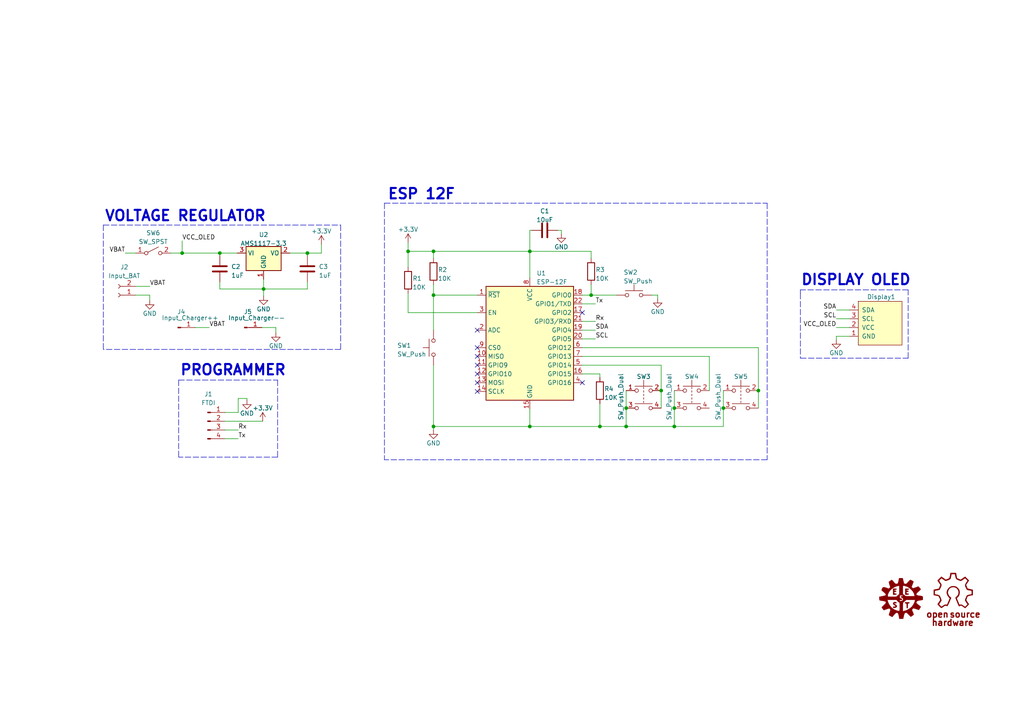
<source format=kicad_sch>
(kicad_sch (version 20230121) (generator eeschema)
  (paper "A4")
  (title_block (title "SmartWatch - Sin Cargador") (date "2023-05-14") (rev "1.0") (company "E.E.S.T. N°5") (comment 1 "Autor: Mauricio Falcon") (comment 2 "CURSO: 7MO 3RA"))
  (lib_symbols
    (symbol "Connector:Conn_01x01_Pin" (pin_names (offset 1.016) hide)
      (property "Reference" "J" (at 0 2.54 0))
      (property "Value" "Conn_01x01_Pin" (at 0 -2.54 0))
      (symbol "Conn_01x01_Pin_1_1"
        (polyline (pts (xy 1.27 0) (xy 0.8636 0)) (stroke (width 0.1524)))
        (rectangle (start 0.8636 0.127) (end 0 -0.127) (stroke (width 0.1524)) (fill (type outline)))
        (pin passive line (at 5.08 0 180) (length 3.81) (name "Pin_1") (number "1"))
      )
    )
    (symbol "Connector:Conn_01x02_Socket" (pin_names (offset 1.016) hide)
      (property "Reference" "J" (at 0 2.54 0))
      (property "Value" "Conn_01x02_Socket" (at 0 -5.08 0))
      (symbol "Conn_01x02_Socket_1_1"
        (arc (start 0 -2.032) (mid -0.5058 -2.54) (end 0 -3.048) (stroke (width 0.1524)))
        (polyline (pts (xy -1.27 -2.54) (xy -0.508 -2.54)) (stroke (width 0.1524)))
        (polyline (pts (xy -1.27 0) (xy -0.508 0)) (stroke (width 0.1524)))
        (arc (start 0 0.508) (mid -0.5058 0) (end 0 -0.508) (stroke (width 0.1524)))
        (pin passive line (at -5.08 0 0) (length 3.81) (name "Pin_1") (number "1"))
        (pin passive line (at -5.08 -2.54 0) (length 3.81) (name "Pin_2") (number "2"))
      )
    )
    (symbol "Connector:Conn_01x04_Pin" (pin_names (offset 1.016) hide)
      (property "Reference" "J" (at 0 5.08 0))
      (property "Value" "Conn_01x04_Pin" (at 0 -7.62 0))
      (symbol "Conn_01x04_Pin_1_1"
        (polyline (pts (xy 1.27 -5.08) (xy 0.8636 -5.08)) (stroke (width 0.1524)))
        (polyline (pts (xy 1.27 -2.54) (xy 0.8636 -2.54)) (stroke (width 0.1524)))
        (polyline (pts (xy 1.27 0) (xy 0.8636 0)) (stroke (width 0.1524)))
        (polyline (pts (xy 1.27 2.54) (xy 0.8636 2.54)) (stroke (width 0.1524)))
        (rectangle (start 0.8636 -4.953) (end 0 -5.207) (stroke (width 0.1524)) (fill (type outline)))
        (rectangle (start 0.8636 -2.413) (end 0 -2.667) (stroke (width 0.1524)) (fill (type outline)))
        (rectangle (start 0.8636 0.127) (end 0 -0.127) (stroke (width 0.1524)) (fill (type outline)))
        (rectangle (start 0.8636 2.667) (end 0 2.413) (stroke (width 0.1524)) (fill (type outline)))
        (pin passive line (at 5.08 2.54 180) (length 3.81) (name "Pin_1") (number "1"))
        (pin passive line (at 5.08 0 180) (length 3.81) (name "Pin_2") (number "2"))
        (pin passive line (at 5.08 -2.54 180) (length 3.81) (name "Pin_3") (number "3"))
        (pin passive line (at 5.08 -5.08 180) (length 3.81) (name "Pin_4") (number "4"))
      )
    )
    (symbol "Device:C" (pin_numbers hide) (pin_names (offset 0.254))
      (property "Reference" "C" (at 0.635 2.54 0))
      (property "Value" "C" (at 0.635 -2.54 0))
      (symbol "C_0_1"
        (polyline (pts (xy -2.032 -0.762) (xy 2.032 -0.762)) (stroke (width 0.508)))
        (polyline (pts (xy -2.032 0.762) (xy 2.032 0.762)) (stroke (width 0.508)))
      )
      (symbol "C_1_1"
        (pin passive line (at 0 3.81 270) (length 2.794) (name "~") (number "1"))
        (pin passive line (at 0 -3.81 90) (length 2.794) (name "~") (number "2"))
      )
    )
    (symbol "Device:R" (pin_numbers hide) (pin_names (offset 0))
      (property "Reference" "R" (at 2.032 0 90))
      (property "Value" "R" (at 0 0 90))
      (symbol "R_0_1"
        (rectangle (start -1.016 -2.54) (end 1.016 2.54) (stroke (width 0.254)))
      )
      (symbol "R_1_1"
        (pin passive line (at 0 3.81 270) (length 1.27) (name "~") (number "1"))
        (pin passive line (at 0 -3.81 90) (length 1.27) (name "~") (number "2"))
      )
    )
    (symbol "EESTN5-v2:LOGO_ROTULO" (pin_names (offset 1.016))
      (symbol "LOGO_ROTULO_0_0"
        (polyline (pts (xy 1.8034 -2.921) (xy 1.8796 -2.8194) (xy 1.905 -2.6162) (xy 1.9304 -2.2352) (xy 1.9304 -1.7272) (xy 1.9558 -1.5748) (xy 2.032 -1.524) (xy 2.1844 -1.524) (xy 2.3368 -1.4732) (xy 2.4384 -1.3716) (xy 2.413 -1.3208) (xy 2.3368 -1.2446) (xy 2.1336 -1.2192) (xy 1.2954 -1.2192) (xy 1.143 -1.27) (xy 1.1176 -1.3716) (xy 1.143 -1.4478) (xy 1.3716 -1.524) (xy 1.4224 -1.524) (xy 1.524 -1.5494) (xy 1.5748 -1.6256) (xy 1.6002 -1.8542) (xy 1.6256 -2.2352) (xy 1.6256 -2.7432) (xy 1.6764 -2.8956) (xy 1.778 -2.9464) (xy 1.8034 -2.921)) (stroke (width 0.0254)) (fill (type outline)))
        (polyline (pts (xy -1.5748 1.0414) (xy -1.397 1.0922) (xy -1.3208 1.1684) (xy -1.3462 1.1938) (xy -1.4224 1.2954) (xy -1.6764 1.3208) (xy -1.905 1.3462) (xy -2.0066 1.4224) (xy -2.032 1.5748) (xy -2.032 1.7018) (xy -1.9558 1.8034) (xy -1.7272 1.8288) (xy -1.524 1.8796) (xy -1.4224 1.9812) (xy -1.4986 2.1082) (xy -1.7272 2.1336) (xy -1.9558 2.1844) (xy -2.032 2.286) (xy -2.032 2.3114) (xy -1.9558 2.413) (xy -1.6764 2.4384) (xy -1.651 2.4638) (xy -1.4224 2.4892) (xy -1.3208 2.5908) (xy -1.3716 2.6924) (xy -1.524 2.7432) (xy -2.3368 2.7432) (xy -2.3368 1.016) (xy -1.8288 1.016) (xy -1.5748 1.0414)) (stroke (width 0.0254)) (fill (type outline)))
        (polyline (pts (xy 1.9812 1.0414) (xy 2.159 1.0922) (xy 2.2352 1.1684) (xy 2.2098 1.1938) (xy 2.1336 1.2954) (xy 1.8796 1.3208) (xy 1.651 1.3462) (xy 1.5494 1.4224) (xy 1.524 1.5748) (xy 1.524 1.7018) (xy 1.6002 1.8034) (xy 1.8288 1.8288) (xy 2.032 1.8796) (xy 2.1336 1.9812) (xy 2.0574 2.1082) (xy 1.8288 2.1336) (xy 1.6002 2.1844) (xy 1.524 2.286) (xy 1.524 2.3114) (xy 1.6002 2.413) (xy 1.8796 2.4384) (xy 1.905 2.4638) (xy 2.1336 2.4892) (xy 2.2352 2.5908) (xy 2.1844 2.6924) (xy 2.032 2.7432) (xy 1.2192 2.7432) (xy 1.2192 1.016) (xy 1.7272 1.016) (xy 1.9812 1.0414)) (stroke (width 0.0254)) (fill (type outline)))
        (polyline (pts (xy -1.6256 -2.7686) (xy -1.4224 -2.667) (xy -1.27 -2.4892) (xy -1.2446 -2.2606) (xy -1.397 -2.0066) (xy -1.778 -1.778) (xy -1.905 -1.6764) (xy -2.032 -1.524) (xy -2.032 -1.4478) (xy -1.9304 -1.4224) (xy -1.4732 -1.4732) (xy -1.3716 -1.4478) (xy -1.3462 -1.3208) (xy -1.4732 -1.1684) (xy -1.7272 -1.1176) (xy -1.9812 -1.143) (xy -2.1844 -1.27) (xy -2.2606 -1.3208) (xy -2.3368 -1.5748) (xy -2.2352 -1.8288) (xy -1.9304 -2.032) (xy -1.6764 -2.2098) (xy -1.6002 -2.3368) (xy -1.6764 -2.4384) (xy -1.9558 -2.4638) (xy -1.9812 -2.4638) (xy -2.2606 -2.4892) (xy -2.3622 -2.6162) (xy -2.286 -2.7686) (xy -2.159 -2.8194) (xy -1.905 -2.8194) (xy -1.6256 -2.7686)) (stroke (width 0.0254)) (fill (type outline)))
        (polyline (pts (xy 0.762 -5.1816) (xy 0.8128 -4.953) (xy 0.9144 -4.6228) (xy 0.9906 -4.445) (xy 1.0922 -4.318) (xy 1.2446 -4.2418) (xy 1.3716 -4.2164) (xy 1.524 -4.2164) (xy 1.6764 -4.2926) (xy 1.8796 -4.4704) (xy 2.794 -5.3848) (xy 3.2258 -5.1054) (xy 3.3782 -5.0038) (xy 3.556 -4.8514) (xy 3.6576 -4.7498) (xy 3.6068 -4.6482) (xy 3.5306 -4.4196) (xy 3.4036 -4.0894) (xy 3.302 -3.8862) (xy 3.175 -3.5814) (xy 3.1496 -3.3782) (xy 3.2004 -3.2258) (xy 3.429 -2.9972) (xy 3.556 -2.9464) (xy 3.7084 -2.9718) (xy 3.9624 -3.0226) (xy 4.3688 -3.1496) (xy 5.1562 -3.429) (xy 5.4102 -2.9718) (xy 5.5118 -2.8194) (xy 5.6388 -2.5908) (xy 5.6896 -2.4892) (xy 5.6642 -2.4892) (xy 5.5626 -2.3622) (xy 5.3086 -2.1844) (xy 5.0038 -1.9558) (xy 4.6736 -1.6764) (xy 4.445 -1.4732) (xy 4.3942 -1.3208) (xy 4.4196 -1.27) (xy 4.4704 -1.0922) (xy 4.572 -0.9144) (xy 4.7752 -0.762) (xy 5.0292 -0.7112) (xy 5.1308 -0.6858) (xy 5.4356 -0.6604) (xy 5.7658 -0.5842) (xy 6.2992 -0.4826) (xy 6.2992 0.0254) (xy 6.2738 0.0508) (xy 6.2738 0.3048) (xy 6.223 0.4572) (xy 6.096 0.5588) (xy 5.842 0.6096) (xy 5.4356 0.6604) (xy 5.1054 0.7112) (xy 4.7752 0.7874) (xy 4.572 0.8382) (xy 4.4704 0.9398) (xy 4.4196 1.0922) (xy 4.4196 1.2446) (xy 4.5212 1.397) (xy 4.699 1.6256) (xy 5.0292 1.905) (xy 5.1562 2.0066) (xy 5.6134 2.4638) (xy 5.6642 2.54) (xy 5.6642 2.5908) (xy 5.5372 2.7686) (xy 5.334 2.9972) (xy 5.0292 3.3782) (xy 3.4544 2.8194) (xy 3.2258 3.0226) (xy 2.9972 3.2512) (xy 3.302 3.9878) (xy 3.3274 4.0894) (xy 3.4544 4.4196) (xy 3.556 4.6736) (xy 3.5814 4.7752) (xy 3.5052 4.8514) (xy 3.302 4.9784) (xy 3.048 5.1308) (xy 2.8448 5.2324) (xy 2.7178 5.2832) (xy 2.6924 5.2832) (xy 2.5908 5.2324) (xy 2.4384 5.1054) (xy 2.2098 4.8768) (xy 1.8796 4.4958) (xy 1.524 4.1402) (xy 1.3716 4.0894) (xy 1.143 4.1148) (xy 0.889 4.2164) (xy 0.7874 4.3434) (xy 0.7366 4.5974) (xy 0.635 5.0038) (xy 0.4572 5.7912) (xy -0.5842 5.7912) (xy -0.7112 5.1054) (xy -0.8128 4.699) (xy -0.889 4.4196) (xy -0.9652 4.2418) (xy -1.0922 4.1656) (xy -1.2954 4.1148) (xy -1.524 4.1148) (xy -1.6764 4.191) (xy -1.8796 4.3688) (xy -2.1336 4.6736) (xy -2.6924 5.2832) (xy -3.0988 5.0546) (xy -3.2258 4.953) (xy -3.4544 4.8006) (xy -3.556 4.6736) (xy -3.5306 4.5212) (xy -3.4544 4.2164) (xy -3.3528 3.8608) (xy -3.1242 3.175) (xy -3.3528 2.9464) (xy -3.556 2.7178) (xy -4.0386 2.8956) (xy -4.572 3.0734) (xy -4.9022 3.1496) (xy -5.0546 3.1496) (xy -5.2324 3.1242) (xy -5.3594 3.0226) (xy -5.5118 2.7432) (xy -5.5626 2.6162) (xy -5.6388 2.3876) (xy -5.6388 2.2606) (xy -5.5118 2.1336) (xy -5.2832 1.9558) (xy -4.9784 1.7018) (xy -4.7752 1.524) (xy -4.5466 1.3208) (xy -4.4704 1.143) (xy -4.445 0.9906) (xy -4.4704 0.889) (xy -4.5212 0.8128) (xy -4.6228 0.7366) (xy -4.826 0.6858) (xy -5.1562 0.6096) (xy -5.6388 0.508) (xy -6.1722 0.4064) (xy -3.8608 0.4064) (xy -3.8608 0.7874) (xy -3.8354 1.1176) (xy -3.6068 1.6256) (xy -3.2512 2.159) (xy -2.7686 2.6416) (xy -2.6416 2.7432) (xy -2.159 3.048) (xy -1.651 3.3274) (xy -1.1684 3.5052) (xy -0.762 3.556) (xy -0.508 3.556) (xy -0.508 1.1938) (xy -0.5588 1.143) (xy 0.508 1.143) (xy 0.508 3.429) (xy 0.5588 3.5814) (xy 0.6096 3.6322) (xy 0.6858 3.6322) (xy 0.9144 3.5814) (xy 1.1938 3.5052) (xy 1.3462 3.4798) (xy 1.9304 3.2512) (xy 2.4892 2.8702) (xy 2.9972 2.413) (xy 3.429 1.905) (xy 3.7338 1.3716) (xy 3.8608 0.8636) (xy 3.9116 0.5588) (xy 2.5654 0.5334) (xy 2.0066 0.5334) (xy 1.5748 0.5588) (xy 1.2954 0.5842) (xy 1.2192 0.6096) (xy 1.0668 0.762) (xy 0.8636 0.9144) (xy 0.508 1.143) (xy -0.5588 1.143) (xy -0.9398 0.8128) (xy -1.3716 0.4064) (xy -3.8608 0.4064) (xy -6.1722 0.4064) (xy -6.3246 0.381) (xy -6.2992 -0.127) (xy -6.2738 -0.508) (xy -3.9878 -0.508) (xy -1.3208 -0.508) (xy -1.1938 -0.6604) (xy -0.508 -0.6604) (xy -0.4318 -0.5588) (xy -0.127 -0.5334) (xy 0.0762 -0.5334) (xy 0.2032 -0.4826) (xy 0.254 -0.3556) (xy 0.2286 -0.2794) (xy 0.1524 -0.1524) (xy -0.0762 -0.1016) (xy -0.2032 -0.1016) (xy -0.3556 -0.0508) (xy -0.4064 0.1016) (xy -0.4064 0.8128) (xy 0.2286 0.8128) (xy 0.4318 0.762) (xy 0.508 0.6604) (xy 0.4318 0.5588) (xy 0.2032 0.508) (xy 0 0.4826) (xy -0.1016 0.4064) (xy -0.0254 0.2794) (xy 0.2286 0.1524) (xy 0.3556 0.127) (xy 0.508 -0.0254) (xy 0.5842 -0.254) (xy 0.5842 -0.2794) (xy 0.5588 -0.5588) (xy 0.381 -0.7366) (xy 0.3302 -0.762) (xy 0.0508 -0.8636) (xy -0.2286 -0.889) (xy -0.4318 -0.8128) (xy -0.508 -0.6604) (xy -1.1938 -0.6604) (xy -1.016 -0.8636) (xy -0.9144 -0.9652) (xy -0.7112 -1.143) (xy -0.5588 -1.2192) (xy -0.508 -1.2192) (xy -0.4572 -1.3462) (xy -0.4318 -1.5494) (xy -0.4318 -1.9304) (xy -0.4318 -2.032) (xy 0.508 -2.032) (xy 0.5334 -1.5748) (xy 0.5588 -1.2954) (xy 0.5842 -1.2192) (xy 0.6604 -1.1938) (xy 0.8382 -1.0414) (xy 1.0922 -0.8636) (xy 1.4732 -0.508) (xy 4.064 -0.508) (xy 3.9878 -0.8382) (xy 3.9878 -0.889) (xy 3.81 -1.3462) (xy 3.556 -1.8542) (xy 3.2258 -2.3368) (xy 2.921 -2.667) (xy 2.6924 -2.8448) (xy 2.3114 -3.1242) (xy 1.9304 -3.3274) (xy 1.6256 -3.4798) (xy 1.2192 -3.6322) (xy 0.9144 -3.7338) (xy 0.508 -3.8354) (xy 0.508 -2.032) (xy -0.4318 -2.032) (xy -0.4064 -2.4892) (xy -0.4064 -2.8448) (xy -0.4318 -3.302) (xy -0.4572 -3.5814) (xy -0.5588 -3.7084) (xy -0.7366 -3.7592) (xy -0.9906 -3.683) (xy -1.3716 -3.5814) (xy -1.9304 -3.3528) (xy -2.6162 -2.8956) (xy -3.175 -2.286) (xy -3.6322 -1.5748) (xy -3.9116 -0.7874) (xy -3.9878 -0.508) (xy -6.2738 -0.508) (xy -6.2484 -0.635) (xy -5.3848 -0.7874) (xy -5.0546 -0.8382) (xy -4.7498 -0.9144) (xy -4.572 -0.9652) (xy -4.4704 -1.0668) (xy -4.4196 -1.1938) (xy -4.4196 -1.3716) (xy -4.4958 -1.524) (xy -4.6736 -1.7272) (xy -4.9784 -2.032) (xy -5.08 -2.1082) (xy -5.5372 -2.5654) (xy -5.6134 -2.6924) (xy -5.588 -2.7178) (xy -5.4864 -2.8956) (xy -5.3086 -3.1242) (xy -5.0292 -3.4798) (xy -4.2164 -3.2004) (xy -3.8608 -3.0734) (xy -3.6068 -2.9972) (xy -3.429 -2.9972) (xy -3.3274 -3.0226) (xy -3.2258 -3.1242) (xy -3.1496 -3.2258) (xy -3.0988 -3.3274) (xy -3.0988 -3.4798) (xy -3.175 -3.7084) (xy -3.302 -4.1148) (xy -3.3528 -4.2418) (xy -3.4544 -4.572) (xy -3.5306 -4.826) (xy -3.5306 -4.9276) (xy -3.5052 -4.953) (xy -3.302 -5.0546) (xy -3.048 -5.207) (xy -2.5654 -5.461) (xy -2.0574 -4.826) (xy -1.7526 -4.4958) (xy -1.524 -4.318) (xy -1.3462 -4.2418) (xy -1.1684 -4.2418) (xy -1.016 -4.2926) (xy -0.9144 -4.3942) (xy -0.8128 -4.5974) (xy -0.7112 -4.9276) (xy -0.6096 -5.4102) (xy -0.508 -5.9944) (xy 0.5842 -5.9944) (xy 0.762 -5.1816)) (stroke (width 0.0254)) (fill (type outline)))
      )
    )
    (symbol "EESTN5-v2:OSHWA" (pin_names (offset 1.016))
      (symbol "OSHWA_0_0"
        (polyline (pts (xy 5.7912 2.667) (xy 5.5372 2.7178) (xy 5.4864 2.7432) (xy 5.4864 1.8796) (xy 5.4864 1.8288) (xy 5.4864 1.6002) (xy 5.4864 1.4732) (xy 5.4102 1.3716) (xy 5.2832 1.3208) (xy 5.0038 1.27) (xy 4.6228 1.1938) (xy 4.572 1.1684) (xy 4.318 1.1176) (xy 4.1656 1.0414) (xy 4.0386 0.889) (xy 3.937 0.6604) (xy 3.8354 0.4064) (xy 3.683 0.0762) (xy 3.6068 -0.1778) (xy 3.5814 -0.3556) (xy 3.6322 -0.5334) (xy 3.7592 -0.7366) (xy 3.9116 -0.9906) (xy 4.318 -1.5494) (xy 3.937 -1.9304) (xy 3.5814 -2.3114) (xy 3.048 -1.9558) (xy 2.794 -1.778) (xy 2.5654 -1.651) (xy 2.3876 -1.6256) (xy 2.2098 -1.6256) (xy 1.905 -1.6764) (xy 1.4986 -0.7112) (xy 1.1176 0.2286) (xy 1.397 0.508) (xy 1.5748 0.6604) (xy 1.8034 1.016) (xy 1.9304 1.397) (xy 1.9812 1.8542) (xy 1.9812 1.9304) (xy 1.9558 2.2606) (xy 1.905 2.54) (xy 1.7526 2.8194) (xy 1.4732 3.175) (xy 1.0668 3.5052) (xy 0.5842 3.683) (xy 0.1016 3.7338) (xy -0.4064 3.6576) (xy -0.889 3.429) (xy -1.2954 3.048) (xy -1.3462 2.9972) (xy -1.6256 2.5146) (xy -1.7526 2.0066) (xy -1.7018 1.4986) (xy -1.4986 0.9906) (xy -1.143 0.508) (xy -0.8636 0.2032) (xy -1.2446 -0.7366) (xy -1.651 -1.6764) (xy -1.9558 -1.6256) (xy -2.1082 -1.6256) (xy -2.286 -1.651) (xy -2.4892 -1.7526) (xy -2.7686 -1.9304) (xy -3.2766 -2.2606) (xy -3.6576 -1.905) (xy -4.0132 -1.524) (xy -3.6322 -0.9652) (xy -3.2766 -0.4064) (xy -3.429 0.0254) (xy -3.4544 0.1016) (xy -3.6068 0.508) (xy -3.7338 0.7874) (xy -3.8862 0.9906) (xy -4.0894 1.0922) (xy -4.3688 1.1938) (xy -4.7752 1.27) (xy -5.2578 1.3716) (xy -5.2324 1.905) (xy -5.207 2.413) (xy -4.5212 2.54) (xy -3.8608 2.667) (xy -3.5814 3.2512) (xy -3.556 3.302) (xy -3.4036 3.6068) (xy -3.3274 3.8862) (xy -3.2766 4.0386) (xy -3.3274 4.2164) (xy -3.4544 4.445) (xy -3.6322 4.7244) (xy -3.6576 4.7498) (xy -3.81 5.0292) (xy -3.937 5.207) (xy -3.9878 5.3086) (xy -3.9878 5.334) (xy -3.8862 5.461) (xy -3.7338 5.6388) (xy -3.5306 5.8166) (xy -3.3782 5.969) (xy -3.2766 6.0198) (xy -3.1496 5.9436) (xy -2.9464 5.8166) (xy -2.6924 5.6388) (xy -2.6162 5.588) (xy -2.3622 5.4102) (xy -2.159 5.3086) (xy -2.032 5.2578) (xy -1.8796 5.3086) (xy -1.6256 5.3848) (xy -1.3208 5.5118) (xy -1.2446 5.5372) (xy -0.9144 5.6896) (xy -0.7112 5.842) (xy -0.635 5.969) (xy -0.6096 6.096) (xy -0.5588 6.3754) (xy -0.4826 6.6802) (xy -0.381 7.239) (xy 0.127 7.239) (xy 0.635 7.239) (xy 0.7366 6.731) (xy 0.7874 6.477) (xy 0.8636 6.1722) (xy 0.9398 5.9436) (xy 1.0414 5.8166) (xy 1.1684 5.715) (xy 1.3462 5.6134) (xy 1.4478 5.5626) (xy 1.778 5.4356) (xy 2.032 5.334) (xy 2.1844 5.2832) (xy 2.3114 5.2832) (xy 2.4638 5.334) (xy 2.667 5.4356) (xy 2.9464 5.6388) (xy 3.556 6.0452) (xy 3.937 5.6896) (xy 4.2926 5.3086) (xy 3.9116 4.7498) (xy 3.8354 4.6228) (xy 3.683 4.318) (xy 3.5814 4.0894) (xy 3.6068 3.8354) (xy 3.683 3.5306) (xy 3.8862 3.1496) (xy 4.1148 2.667) (xy 4.7752 2.54) (xy 5.461 2.413) (xy 5.4864 1.8796) (xy 5.4864 2.7432) (xy 5.4102 2.7432) (xy 5.1054 2.8194) (xy 4.8006 2.8956) (xy 4.2926 2.9718) (xy 4.064 3.5306) (xy 3.81 4.0894) (xy 4.2418 4.7244) (xy 4.6736 5.3594) (xy 4.1148 5.9182) (xy 3.5814 6.4516) (xy 2.921 6.0198) (xy 2.286 5.5626) (xy 1.7526 5.7912) (xy 1.1938 6.0452) (xy 1.0922 6.5532) (xy 1.0668 6.8072) (xy 0.9906 7.0866) (xy 0.9652 7.3152) (xy 0.9144 7.5438) (xy 0.127 7.5438) (xy -0.6604 7.5438) (xy -0.762 6.9342) (xy -0.8128 6.6802) (xy -0.889 6.35) (xy -0.9652 6.1214) (xy -1.0922 5.9944) (xy -1.27 5.8928) (xy -1.524 5.7658) (xy -2.032 5.588) (xy -2.667 6.0198) (xy -3.3274 6.477) (xy -3.8608 5.9182) (xy -4.4196 5.3594) (xy -3.9878 4.7244) (xy -3.556 4.0894) (xy -3.7846 3.556) (xy -3.7846 3.5306) (xy -3.8862 3.2766) (xy -3.9878 3.0734) (xy -4.0132 2.9972) (xy -4.0386 2.9718) (xy -4.191 2.9464) (xy -4.445 2.8956) (xy -4.7752 2.8194) (xy -5.5118 2.6924) (xy -5.5118 1.905) (xy -5.5118 1.143) (xy -4.9022 1.016) (xy -4.8768 1.016) (xy -4.5466 0.9652) (xy -4.2926 0.889) (xy -4.1402 0.8382) (xy -4.1148 0.8128) (xy -4.0132 0.6604) (xy -3.8862 0.4318) (xy -3.7592 0.1524) (xy -3.683 -0.1016) (xy -3.6576 -0.3048) (xy -3.7084 -0.4572) (xy -3.8608 -0.6858) (xy -4.0386 -0.9652) (xy -4.4196 -1.524) (xy -3.8862 -2.0828) (xy -3.7846 -2.2098) (xy -3.556 -2.413) (xy -3.3782 -2.5654) (xy -3.3274 -2.6162) (xy -3.302 -2.6162) (xy -3.2004 -2.54) (xy -2.9972 -2.413) (xy -2.7178 -2.2352) (xy -2.5654 -2.1082) (xy -2.3368 -1.9558) (xy -2.1844 -1.905) (xy -2.0574 -1.905) (xy -1.905 -1.9304) (xy -1.7018 -2.0066) (xy -1.5748 -2.0574) (xy -1.5494 -2.032) (xy -1.4732 -1.8796) (xy -1.3462 -1.6256) (xy -1.1684 -1.27) (xy -0.9906 -0.8636) (xy -0.4826 0.3556) (xy -0.8382 0.6604) (xy -1.016 0.8128) (xy -1.27 1.2192) (xy -1.4224 1.651) (xy -1.4224 2.1082) (xy -1.2954 2.5146) (xy -1.0922 2.8956) (xy -0.762 3.2004) (xy -0.3556 3.4036) (xy 0.1524 3.4798) (xy 0.4826 3.429) (xy 0.9144 3.2766) (xy 1.27 2.9718) (xy 1.5494 2.5908) (xy 1.6764 2.159) (xy 1.6764 1.8288) (xy 1.6256 1.4478) (xy 1.4732 1.0922) (xy 1.1684 0.762) (xy 0.762 0.3556) (xy 1.2446 -0.8128) (xy 1.3208 -1.016) (xy 1.4732 -1.397) (xy 1.6256 -1.7272) (xy 1.7272 -1.9558) (xy 1.778 -2.0574) (xy 1.8796 -2.0828) (xy 2.032 -2.0066) (xy 2.1844 -1.905) (xy 2.3114 -1.8796) (xy 2.4892 -1.905) (xy 2.7178 -2.032) (xy 3.0226 -2.2352) (xy 3.5814 -2.6416) (xy 4.1402 -2.0828) (xy 4.6736 -1.524) (xy 4.2926 -0.9652) (xy 4.2164 -0.8636) (xy 4.064 -0.6096) (xy 3.937 -0.381) (xy 3.8862 -0.2794) (xy 3.8862 -0.254) (xy 3.937 -0.0762) (xy 4.0386 0.1778) (xy 4.1402 0.4572) (xy 4.2418 0.6858) (xy 4.318 0.7874) (xy 4.3434 0.8128) (xy 4.4958 0.8636) (xy 4.7498 0.9398) (xy 5.08 1.016) (xy 5.7912 1.143) (xy 5.7912 1.905) (xy 5.7912 2.667) (xy 5.7912 2.667)) (stroke (width 0.0254)) (fill (type outline)))
        (text "hardware" (at -0.0254 -6.858 0) (effects (font (size 1.778 1.778) bold)))
        (text "open" (at -4.445 -4.445 0) (effects (font (size 1.778 1.778) bold)))
        (text "source" (at 3.556 -4.445 0) (effects (font (size 1.778 1.778) bold)))
      )
    )
    (symbol "EESTN5-v2:SSD1306-SSD1306-128x64_OLED" (pin_names (offset 1.016))
      (property "Reference" "Display" (at 0 -3.81 0))
      (symbol "SSD1306-SSD1306-128x64_OLED_0_1"
        (rectangle (start -6.35 6.35) (end 6.35 -6.35) (fill (type background)))
      )
      (symbol "SSD1306-SSD1306-128x64_OLED_1_1"
        (pin input line (at -3.81 8.89 270) (length 2.54) (name "GND") (number "1"))
        (pin input line (at -1.27 8.89 270) (length 2.54) (name "VCC") (number "2"))
        (pin input line (at 1.27 8.89 270) (length 2.54) (name "SCL") (number "3"))
        (pin input line (at 3.81 8.89 270) (length 2.54) (name "SDA") (number "4"))
      )
    )
    (symbol "RF_Module:ESP-12F"
      (property "Reference" "U" (at -12.7 19.05 0))
      (property "Value" "ESP-12F" (at 12.7 19.05 0))
      (symbol "ESP-12F_0_1"
        (rectangle (start -12.7 17.78) (end 12.7 -15.24) (stroke (width 0.254)) (fill (type background)))
      )
      (symbol "ESP-12F_1_1"
        (pin input line (at -15.24 15.24 0) (length 2.54) (name "~{RST}") (number "1"))
        (pin bidirectional line (at -15.24 -2.54 0) (length 2.54) (name "MISO") (number "10"))
        (pin bidirectional line (at -15.24 -5.08 0) (length 2.54) (name "GPIO9") (number "11"))
        (pin bidirectional line (at -15.24 -7.62 0) (length 2.54) (name "GPIO10") (number "12"))
        (pin bidirectional line (at -15.24 -10.16 0) (length 2.54) (name "MOSI") (number "13"))
        (pin bidirectional line (at -15.24 -12.7 0) (length 2.54) (name "SCLK") (number "14"))
        (pin power_in line (at 0 -17.78 90) (length 2.54) (name "GND") (number "15"))
        (pin bidirectional line (at 15.24 -7.62 180) (length 2.54) (name "GPIO15") (number "16"))
        (pin bidirectional line (at 15.24 10.16 180) (length 2.54) (name "GPIO2") (number "17"))
        (pin bidirectional line (at 15.24 15.24 180) (length 2.54) (name "GPIO0") (number "18"))
        (pin bidirectional line (at 15.24 5.08 180) (length 2.54) (name "GPIO4") (number "19"))
        (pin input line (at -15.24 5.08 0) (length 2.54) (name "ADC") (number "2"))
        (pin bidirectional line (at 15.24 2.54 180) (length 2.54) (name "GPIO5") (number "20"))
        (pin bidirectional line (at 15.24 7.62 180) (length 2.54) (name "GPIO3/RXD") (number "21"))
        (pin bidirectional line (at 15.24 12.7 180) (length 2.54) (name "GPIO1/TXD") (number "22"))
        (pin input line (at -15.24 10.16 0) (length 2.54) (name "EN") (number "3"))
        (pin bidirectional line (at 15.24 -10.16 180) (length 2.54) (name "GPIO16") (number "4"))
        (pin bidirectional line (at 15.24 -5.08 180) (length 2.54) (name "GPIO14") (number "5"))
        (pin bidirectional line (at 15.24 0 180) (length 2.54) (name "GPIO12") (number "6"))
        (pin bidirectional line (at 15.24 -2.54 180) (length 2.54) (name "GPIO13") (number "7"))
        (pin power_in line (at 0 20.32 270) (length 2.54) (name "VCC") (number "8"))
        (pin input line (at -15.24 0 0) (length 2.54) (name "CS0") (number "9"))
      )
    )
    (symbol "Regulator_Linear:AMS1117-3.3"
      (property "Reference" "U" (at -3.81 3.175 0))
      (property "Value" "AMS1117-3.3" (at 0 3.175 0))
      (symbol "AMS1117-3.3_0_1"
        (rectangle (start -5.08 -5.08) (end 5.08 1.905) (stroke (width 0.254)) (fill (type background)))
      )
      (symbol "AMS1117-3.3_1_1"
        (pin power_in line (at 0 -7.62 90) (length 2.54) (name "GND") (number "1"))
        (pin power_out line (at 7.62 0 180) (length 2.54) (name "VO") (number "2"))
        (pin power_in line (at -7.62 0 0) (length 2.54) (name "VI") (number "3"))
      )
    )
    (symbol "Switch:SW_Push" (pin_numbers hide) (pin_names (offset 1.016) hide)
      (property "Reference" "SW" (at 1.27 2.54 0))
      (property "Value" "SW_Push" (at 0 -1.524 0))
      (symbol "SW_Push_0_1"
        (circle (center -2.032 0) (radius 0.508))
        (polyline (pts (xy 0 1.27) (xy 0 3.048)))
        (polyline (pts (xy 2.54 1.27) (xy -2.54 1.27)))
        (circle (center 2.032 0) (radius 0.508))
        (pin passive line (at -5.08 0 0) (length 2.54) (name "1") (number "1"))
        (pin passive line (at 5.08 0 180) (length 2.54) (name "2") (number "2"))
      )
    )
    (symbol "Switch:SW_Push_Dual" (pin_names (offset 1.016) hide)
      (property "Reference" "SW" (at 1.27 2.54 0))
      (property "Value" "SW_Push_Dual" (at 0 -6.858 0))
      (symbol "SW_Push_Dual_0_1"
        (circle (center -2.032 -5.08) (radius 0.508))
        (circle (center -2.032 0) (radius 0.508))
        (polyline (pts (xy 0 -3.048) (xy 0 -3.556)))
        (polyline (pts (xy 0 -2.032) (xy 0 -2.54)))
        (polyline (pts (xy 0 -1.524) (xy 0 -1.016)))
        (polyline (pts (xy 0 -0.508) (xy 0 0)))
        (polyline (pts (xy 0 0.508) (xy 0 1.016)))
        (polyline (pts (xy 0 1.27) (xy 0 3.048)))
        (polyline (pts (xy 2.54 -3.81) (xy -2.54 -3.81)))
        (polyline (pts (xy 2.54 1.27) (xy -2.54 1.27)))
        (circle (center 2.032 -5.08) (radius 0.508))
        (circle (center 2.032 0) (radius 0.508))
        (pin passive line (at -5.08 0 0) (length 2.54) (name "1") (number "1"))
        (pin passive line (at 5.08 0 180) (length 2.54) (name "2") (number "2"))
        (pin passive line (at -5.08 -5.08 0) (length 2.54) (name "3") (number "3"))
        (pin passive line (at 5.08 -5.08 180) (length 2.54) (name "4") (number "4"))
      )
    )
    (symbol "Switch:SW_SPST" (pin_names (offset 0) hide)
      (property "Reference" "SW" (at 0 3.175 0))
      (property "Value" "SW_SPST" (at 0 -2.54 0))
      (symbol "SW_SPST_0_0"
        (circle (center -2.032 0) (radius 0.508))
        (polyline (pts (xy -1.524 0.254) (xy 1.524 1.778)))
        (circle (center 2.032 0) (radius 0.508))
      )
      (symbol "SW_SPST_1_1"
        (pin passive line (at -5.08 0 0) (length 2.54) (name "A") (number "1"))
        (pin passive line (at 5.08 0 180) (length 2.54) (name "B") (number "2"))
      )
    )
    (symbol "power:+3.3V" (power) (pin_names (offset 0))
      (property "Value" "+3.3V" (at 0 3.556 0))
      (symbol "+3.3V_0_1"
        (polyline (pts (xy -0.762 1.27) (xy 0 2.54)))
        (polyline (pts (xy 0 0) (xy 0 2.54)))
        (polyline (pts (xy 0 2.54) (xy 0.762 1.27)))
      )
      (symbol "+3.3V_1_1"
        (pin power_in line (at 0 0 90) (length 0) hide (name "+3.3V") (number "1"))
      )
    )
    (symbol "power:GND" (power) (pin_names (offset 0))
      (property "Value" "GND" (at 0 -3.81 0))
      (symbol "GND_0_1"
        (polyline (pts (xy 0 0) (xy 0 -1.27) (xy 1.27 -1.27) (xy 0 -2.54) (xy -1.27 -1.27) (xy 0 -1.27)))
      )
      (symbol "GND_1_1"
        (pin power_in line (at 0 0 270) (length 0) hide (name "GND") (number "1"))
      )
    )
  )
  (junction (at 209.804 118.364))
  (junction (at 76.454 83.82))
  (junction (at 181.61 118.364))
  (junction (at 195.58 118.364))
  (junction (at 191.77 113.284))
  (junction (at 52.832 73.406))
  (junction (at 195.58 123.698))
  (junction (at 171.45 85.598))
  (junction (at 125.73 72.898))
  (junction (at 89.154 73.406))
  (junction (at 125.73 85.598))
  (junction (at 118.364 72.898))
  (junction (at 219.964 113.284))
  (junction (at 63.754 73.406))
  (junction (at 125.73 123.698))
  (junction (at 181.61 123.698))
  (junction (at 173.99 123.698))
  (junction (at 153.67 72.898))
  (junction (at 153.67 123.698))
  (no_connect (at 138.43 95.758))
  (no_connect (at 138.43 105.918))
  (no_connect (at 168.91 110.998))
  (no_connect (at 168.91 90.678))
  (no_connect (at 138.43 110.998))
  (no_connect (at 138.43 103.378))
  (no_connect (at 138.43 113.538))
  (no_connect (at 138.43 108.458))
  (no_connect (at 138.43 100.838))
  (wire (pts (xy 56.642 94.996) (xy 60.706 94.996)))
  (polyline (pts (xy 232.156 84.074) (xy 232.156 85.09)))
  (wire (pts (xy 168.91 105.918) (xy 191.77 105.918)))
  (wire (pts (xy 219.964 113.284) (xy 219.964 118.364)))
  (wire (pts (xy 171.45 85.598) (xy 178.816 85.598)))
  (wire (pts (xy 39.37 73.406) (xy 36.322 73.406)))
  (wire (pts (xy 49.53 73.406) (xy 52.832 73.406)))
  (wire (pts (xy 69.088 124.714) (xy 65.278 124.714)))
  (wire (pts (xy 153.67 72.898) (xy 125.73 72.898)))
  (wire (pts (xy 125.73 72.898) (xy 125.73 74.93)))
  (wire (pts (xy 162.814 66.802) (xy 161.798 66.802)))
  (polyline (pts (xy 29.972 65.278) (xy 98.806 65.278)) (stroke (width 0) (type dash)))
  (wire (pts (xy 89.154 73.406) (xy 93.218 73.406)))
  (wire (pts (xy 195.58 118.364) (xy 195.58 123.698)))
  (wire (pts (xy 172.72 93.218) (xy 168.91 93.218)))
  (wire (pts (xy 153.67 123.698) (xy 173.99 123.698)))
  (wire (pts (xy 181.61 118.364) (xy 181.61 123.698)))
  (wire (pts (xy 63.754 81.788) (xy 63.754 83.82)))
  (wire (pts (xy 69.088 119.634) (xy 65.278 119.634)))
  (wire (pts (xy 219.964 100.838) (xy 219.964 113.284)))
  (wire (pts (xy 52.832 73.406) (xy 63.754 73.406)))
  (polyline (pts (xy 263.398 103.886) (xy 263.398 84.074)) (stroke (width 0) (type dash)))
  (wire (pts (xy 125.73 82.55) (xy 125.73 85.598)))
  (wire (pts (xy 242.57 89.916) (xy 246.38 89.916)))
  (wire (pts (xy 172.72 88.138) (xy 168.91 88.138)))
  (wire (pts (xy 89.154 73.406) (xy 89.154 74.168)))
  (wire (pts (xy 173.99 123.698) (xy 173.99 117.094)))
  (wire (pts (xy 242.57 94.996) (xy 246.38 94.996)))
  (polyline (pts (xy 263.398 84.074) (xy 232.156 84.074)) (stroke (width 0) (type dash)))
  (wire (pts (xy 153.67 66.802) (xy 153.67 72.898)))
  (wire (pts (xy 209.804 123.698) (xy 195.58 123.698)))
  (wire (pts (xy 153.67 123.698) (xy 153.67 118.618)))
  (wire (pts (xy 242.57 97.536) (xy 242.57 98.552)))
  (wire (pts (xy 195.58 123.698) (xy 181.61 123.698)))
  (polyline (pts (xy 111.506 58.928) (xy 111.506 133.35)) (stroke (width 0) (type dash)))
  (polyline (pts (xy 51.816 110.236) (xy 80.518 110.236)) (stroke (width 0) (type dash)))
  (polyline (pts (xy 111.506 58.928) (xy 222.504 58.928)) (stroke (width 0) (type dash)))
  (wire (pts (xy 242.57 92.456) (xy 246.38 92.456)))
  (wire (pts (xy 80.01 94.996) (xy 80.01 96.52)))
  (wire (pts (xy 118.364 70.358) (xy 118.364 72.898)))
  (wire (pts (xy 71.628 115.57) (xy 69.088 115.57)))
  (wire (pts (xy 162.814 66.802) (xy 162.814 67.818)))
  (wire (pts (xy 171.45 74.93) (xy 171.45 72.898)))
  (wire (pts (xy 125.73 123.698) (xy 125.73 124.714)))
  (wire (pts (xy 125.73 85.598) (xy 125.73 95.758)))
  (wire (pts (xy 209.804 113.284) (xy 209.804 118.364)))
  (polyline (pts (xy 232.156 85.09) (xy 232.156 103.886)) (stroke (width 0) (type dash)))
  (polyline (pts (xy 222.504 58.928) (xy 222.504 133.35)) (stroke (width 0) (type dash)))
  (wire (pts (xy 153.67 72.898) (xy 153.67 80.518)))
  (wire (pts (xy 190.754 85.598) (xy 190.754 86.614)))
  (wire (pts (xy 242.57 97.536) (xy 246.38 97.536)))
  (wire (pts (xy 89.154 81.788) (xy 89.154 83.82)))
  (wire (pts (xy 39.37 85.598) (xy 43.434 85.598)))
  (wire (pts (xy 191.77 105.918) (xy 191.77 113.284)))
  (wire (pts (xy 209.804 118.364) (xy 209.804 123.698)))
  (wire (pts (xy 76.454 83.82) (xy 76.454 85.852)))
  (wire (pts (xy 125.73 85.598) (xy 138.43 85.598)))
  (wire (pts (xy 43.434 85.598) (xy 43.434 87.122)))
  (wire (pts (xy 171.45 72.898) (xy 153.67 72.898)))
  (wire (pts (xy 154.178 66.802) (xy 153.67 66.802)))
  (wire (pts (xy 138.43 90.678) (xy 118.364 90.678)))
  (wire (pts (xy 219.964 100.838) (xy 168.91 100.838)))
  (wire (pts (xy 125.73 123.698) (xy 153.67 123.698)))
  (wire (pts (xy 84.074 73.406) (xy 89.154 73.406)))
  (wire (pts (xy 118.364 72.898) (xy 125.73 72.898)))
  (wire (pts (xy 172.72 98.298) (xy 168.91 98.298)))
  (wire (pts (xy 181.61 113.284) (xy 181.61 118.364)))
  (wire (pts (xy 172.72 95.758) (xy 168.91 95.758)))
  (polyline (pts (xy 98.806 65.278) (xy 98.806 101.346)) (stroke (width 0) (type dash)))
  (polyline (pts (xy 80.518 110.236) (xy 80.518 132.588)) (stroke (width 0) (type dash)))
  (wire (pts (xy 65.278 122.174) (xy 76.2 122.174)))
  (wire (pts (xy 63.754 74.168) (xy 63.754 73.406)))
  (wire (pts (xy 188.976 85.598) (xy 190.754 85.598)))
  (wire (pts (xy 125.73 105.918) (xy 125.73 123.698)))
  (wire (pts (xy 69.088 115.57) (xy 69.088 119.634)))
  (wire (pts (xy 191.77 113.284) (xy 191.77 118.364)))
  (wire (pts (xy 71.628 116.078) (xy 71.628 115.57)))
  (polyline (pts (xy 222.504 133.35) (xy 111.506 133.35)) (stroke (width 0) (type dash)))
  (wire (pts (xy 75.946 94.996) (xy 80.01 94.996)))
  (wire (pts (xy 205.74 103.378) (xy 205.74 113.284)))
  (wire (pts (xy 89.154 83.82) (xy 76.454 83.82)))
  (wire (pts (xy 76.454 83.82) (xy 76.454 81.026)))
  (wire (pts (xy 118.364 77.47) (xy 118.364 72.898)))
  (wire (pts (xy 205.74 103.378) (xy 168.91 103.378)))
  (wire (pts (xy 195.58 113.284) (xy 195.58 118.364)))
  (polyline (pts (xy 232.156 103.886) (xy 263.398 103.886)) (stroke (width 0) (type dash)))
  (wire (pts (xy 171.45 82.55) (xy 171.45 85.598)))
  (wire (pts (xy 168.91 108.458) (xy 173.99 108.458)))
  (polyline (pts (xy 51.816 110.236) (xy 51.816 132.588)) (stroke (width 0) (type dash)))
  (polyline (pts (xy 80.518 132.588) (xy 51.816 132.588)) (stroke (width 0) (type dash)))
  (wire (pts (xy 181.61 123.698) (xy 173.99 123.698)))
  (wire (pts (xy 118.364 90.678) (xy 118.364 85.09)))
  (polyline (pts (xy 29.972 65.278) (xy 29.972 101.346)) (stroke (width 0) (type dash)))
  (polyline (pts (xy 98.806 101.346) (xy 29.972 101.346)) (stroke (width 0) (type dash)))
  (wire (pts (xy 173.99 108.458) (xy 173.99 109.474)))
  (wire (pts (xy 39.37 83.058) (xy 43.434 83.058)))
  (wire (pts (xy 69.088 127.254) (xy 65.278 127.254)))
  (wire (pts (xy 93.218 70.866) (xy 93.218 73.406)))
  (wire (pts (xy 63.754 83.82) (xy 76.454 83.82)))
  (wire (pts (xy 52.832 73.406) (xy 52.832 69.85)))
  (wire (pts (xy 63.754 73.406) (xy 68.834 73.406)))
  (wire (pts (xy 168.91 85.598) (xy 171.45 85.598)))
  (text "PROGRAMMER" (at 52.07 109.22 0) (effects (font (size 3 3) (thickness 0.6) bold) (justify left bottom)))
  (text "ESP 12F" (at 112.268 58.166 0) (effects (font (size 3 3) (thickness 0.6) bold) (justify left bottom)))
  (text "DISPLAY OLED" (at 232.156 83.058 0) (effects (font (size 3 3) (thickness 0.6) bold) (justify left bottom)))
  (text "VOLTAGE REGULATOR" (at 30.226 64.516 0) (effects (font (size 3 3) (thickness 0.6) bold) (justify left bottom)))
  (label "SDA" (at 242.57 89.916 180))
  (label "VBAT" (at 36.322 73.406 180))
  (label "VBAT" (at 60.706 94.996 0))
  (label "SDA" (at 172.72 95.758 0))
  (label "VCC_OLED" (at 52.832 69.85 0))
  (label "Tx" (at 69.088 127.254 0))
  (label "Rx" (at 172.72 93.218 0))
  (label "Tx" (at 172.72 88.138 0))
  (label "SCL" (at 172.72 98.298 0))
  (label "VBAT" (at 43.434 83.058 0))
  (label "SCL" (at 242.57 92.456 180))
  (label "Rx" (at 69.088 124.714 0))
  (label "VCC_OLED" (at 242.57 94.996 180))
  (symbol (lib_id "Device:R") (at 171.45 78.74 0) (unit 1)
    (property "Reference" "R3" (at 172.72 78.232 0) (effects (justify left)))
    (property "Value" "10K" (at 172.72 80.772 0) (effects (justify left)))
    (property "Footprint" "Resistor_SMD:R_1206_3216Metric_Pad1.30x1.75mm_HandSolder" (effects hide))
  )
  (symbol (lib_id "power:GND") (at 76.454 85.852 0) (unit 1)
    (property "Reference" "#PWR08" (effects hide))
    (property "Value" "GND" (at 76.454 89.662 0))
  )
  (symbol (lib_id "Switch:SW_Push") (at 125.73 100.838 90) (unit 1)
    (property "Reference" "SW1" (at 115.189 100.203 90) (effects (justify right)))
    (property "Value" "SW_Push" (at 115.189 102.743 90) (effects (justify right)))
    (property "Footprint" "Button_Switch_SMD:SW_SPST_FSMSM" (effects hide))
  )
  (symbol (lib_id "Device:C") (at 89.154 77.978 0) (unit 1)
    (property "Reference" "C3" (at 92.456 77.343 0) (effects (justify left)))
    (property "Value" "1uF" (at 92.456 79.883 0) (effects (justify left)))
    (property "Footprint" "Capacitor_SMD:C_0805_2012Metric_Pad1.18x1.45mm_HandSolder" (effects hide))
  )
  (symbol (lib_id "EESTN5-v2:LOGO_ROTULO") (at 261.366 173.482 0) (unit 1)
    (property "Reference" "#G1" (effects hide))
    (property "Value" "LOGO_ROTULO" (effects hide))
  )
  (symbol (lib_id "power:GND") (at 80.01 96.52 0) (unit 1)
    (property "Reference" "#PWR012" (effects hide))
    (property "Value" "GND" (at 80.01 100.33 0))
  )
  (symbol (lib_id "Connector:Conn_01x01_Pin") (at 70.866 94.996 0) (unit 1)
    (property "Reference" "J5" (at 71.882 90.424 0))
    (property "Value" "Input_Charger--" (at 74.422 92.202 0))
    (property "Footprint" "Connector_Wire:SolderWire-0.1sqmm_1x01_D0.4mm_OD1mm" (effects hide))
  )
  (symbol (lib_id "power:+3.3V") (at 93.218 70.866 0) (unit 1)
    (property "Reference" "#PWR09" (effects hide))
    (property "Value" "+3.3V" (at 93.218 67.056 0))
  )
  (symbol (lib_id "power:GND") (at 162.814 67.818 0) (unit 1)
    (property "Reference" "#PWR03" (effects hide))
    (property "Value" "GND" (at 162.814 71.628 0))
  )
  (symbol (lib_id "Device:C") (at 63.754 77.978 0) (unit 1)
    (property "Reference" "C2" (at 67.056 77.343 0) (effects (justify left)))
    (property "Value" "1uF" (at 67.056 79.883 0) (effects (justify left)))
    (property "Footprint" "Capacitor_SMD:C_0805_2012Metric_Pad1.18x1.45mm_HandSolder" (effects hide))
  )
  (symbol (lib_id "Switch:SW_Push_Dual") (at 214.884 113.284 0) (unit 1)
    (property "Reference" "SW5" (at 214.884 109.22 0))
    (property "Value" "SW_Push_Dual" (at 208.28 115.062 90))
    (property "Footprint" "Button_Switch_SMD:SW_SPST_TL3342" (effects hide))
  )
  (symbol (lib_id "power:GND") (at 190.754 86.614 0) (unit 1)
    (property "Reference" "#PWR04" (effects hide))
    (property "Value" "GND" (at 190.754 90.424 0))
  )
  (symbol (lib_id "RF_Module:ESP-12F") (at 153.67 100.838 0) (unit 1)
    (property "Reference" "U1" (at 155.6259 79.248 0) (effects (justify left)))
    (property "Value" "ESP-12F" (at 155.6259 81.788 0) (effects (justify left)))
    (property "Footprint" "RF_Module:ESP-12E" (effects hide))
    (property "Datasheet" "http://wiki.ai-thinker.com/_media/esp8266/esp8266_series_modules_user_manual_v1.1.pdf" (effects hide))
  )
  (symbol (lib_id "Switch:SW_SPST") (at 44.45 73.406 0) (unit 1)
    (property "Reference" "SW6" (at 44.45 67.564 0))
    (property "Value" "SW_SPST" (at 44.45 70.104 0))
    (property "Footprint" "Button_Switch_SMD:SW_SPDT_PCM12" (effects hide))
  )
  (symbol (lib_id "Device:C") (at 157.988 66.802 270) (unit 1)
    (property "Reference" "C1" (at 157.988 61.214 90))
    (property "Value" "10uF" (at 157.988 63.754 90))
    (property "Footprint" "Capacitor_SMD:C_0805_2012Metric_Pad1.18x1.45mm_HandSolder" (effects hide))
  )
  (symbol (lib_id "power:GND") (at 125.73 124.714 0) (unit 1)
    (property "Reference" "#PWR02" (effects hide))
    (property "Value" "GND" (at 125.73 128.524 0))
  )
  (symbol (lib_id "Device:R") (at 125.73 78.74 0) (unit 1)
    (property "Reference" "R2" (at 127 78.232 0) (effects (justify left)))
    (property "Value" "10K" (at 127 80.772 0) (effects (justify left)))
    (property "Footprint" "Resistor_SMD:R_1206_3216Metric_Pad1.30x1.75mm_HandSolder" (effects hide))
  )
  (symbol (lib_id "Switch:SW_Push_Dual") (at 186.69 113.284 0) (unit 1)
    (property "Reference" "SW3" (at 186.69 109.22 0))
    (property "Value" "SW_Push_Dual" (at 180.086 115.062 90))
    (property "Footprint" "Button_Switch_SMD:SW_SPST_TL3342" (effects hide))
  )
  (symbol (lib_id "Regulator_Linear:AMS1117-3.3") (at 76.454 73.406 0) (unit 1)
    (property "Reference" "U2" (at 76.454 68.072 0))
    (property "Value" "AMS1117-3.3" (at 76.454 70.612 0))
    (property "Footprint" "Package_TO_SOT_SMD:SOT-223-3_TabPin2" (effects hide))
    (property "Datasheet" "http://www.advanced-monolithic.com/pdf/ds1117.pdf" (effects hide))
  )
  (symbol (lib_id "power:+3.3V") (at 118.364 70.358 0) (unit 1)
    (property "Reference" "#PWR01" (effects hide))
    (property "Value" "+3.3V" (at 118.364 66.548 0))
  )
  (symbol (lib_id "power:GND") (at 242.57 98.552 0) (unit 1)
    (property "Reference" "#PWR05" (effects hide))
    (property "Value" "GND" (at 242.57 102.362 0))
  )
  (symbol (lib_id "power:GND") (at 43.434 87.122 0) (unit 1)
    (property "Reference" "#PWR010" (effects hide))
    (property "Value" "GND" (at 43.434 90.932 0))
  )
  (symbol (lib_id "EESTN5-v2:OSHWA") (at 276.352 173.736 0) (unit 1)
    (property "Reference" "#G2" (effects hide))
    (property "Value" "OSHWA" (effects hide))
  )
  (symbol (lib_id "Device:R") (at 173.99 113.284 0) (unit 1)
    (property "Reference" "R4" (at 175.26 112.776 0) (effects (justify left)))
    (property "Value" "10K" (at 175.26 115.316 0) (effects (justify left)))
    (property "Footprint" "Resistor_SMD:R_1206_3216Metric_Pad1.30x1.75mm_HandSolder" (effects hide))
  )
  (symbol (lib_id "EESTN5-v2:SSD1306-SSD1306-128x64_OLED") (at 255.27 93.726 90) (unit 1)
    (property "Reference" "Display1" (at 251.46 86.106 90) (effects (justify right)))
    (property "Value" "SSD1306-SSD1306-128x64_OLED" (effects hide))
    (property "Footprint" "EESTN5-v2:128x64OLED" (effects hide))
  )
  (symbol (lib_id "Switch:SW_Push_Dual") (at 200.66 113.284 0) (unit 1)
    (property "Reference" "SW4" (at 200.66 109.22 0))
    (property "Value" "SW_Push_Dual" (at 194.056 115.062 90))
    (property "Footprint" "Button_Switch_SMD:SW_SPST_TL3342" (effects hide))
  )
  (symbol (lib_id "power:GND") (at 71.628 116.078 0) (unit 1)
    (property "Reference" "#PWR06" (effects hide))
    (property "Value" "GND" (at 71.628 119.888 0))
  )
  (symbol (lib_id "Connector:Conn_01x02_Socket") (at 34.29 85.598 180) (unit 1)
    (property "Reference" "J2" (at 36.068 77.47 0))
    (property "Value" "Input_BAT" (at 36.068 80.01 0))
    (property "Footprint" "Connector_Wire:SolderWire-0.1sqmm_1x02_P3.6mm_D0.4mm_OD1mm" (effects hide))
  )
  (symbol (lib_id "Device:R") (at 118.364 81.28 0) (unit 1)
    (property "Reference" "R1" (at 119.634 80.772 0) (effects (justify left)))
    (property "Value" "10K" (at 119.634 83.312 0) (effects (justify left)))
    (property "Footprint" "Resistor_SMD:R_1206_3216Metric_Pad1.30x1.75mm_HandSolder" (effects hide))
  )
  (symbol (lib_id "Connector:Conn_01x01_Pin") (at 51.562 94.996 0) (unit 1)
    (property "Reference" "J4" (at 52.578 90.424 0))
    (property "Value" "Input_Charger++" (at 55.118 92.202 0))
    (property "Footprint" "Connector_Wire:SolderWire-0.1sqmm_1x01_D0.4mm_OD1mm" (effects hide))
  )
  (symbol (lib_id "power:+3.3V") (at 76.2 122.174 0) (unit 1)
    (property "Reference" "#PWR07" (effects hide))
    (property "Value" "+3.3V" (at 76.2 118.364 0))
  )
  (symbol (lib_id "Switch:SW_Push") (at 183.896 85.598 0) (unit 1)
    (property "Reference" "SW2" (at 180.848 78.994 0) (effects (justify left)))
    (property "Value" "SW_Push" (at 180.848 81.534 0) (effects (justify left)))
    (property "Footprint" "Button_Switch_SMD:SW_SPST_FSMSM" (effects hide))
    (property "Datasheet" "  (layer \"B.Cu\")" (effects hide))
  )
  (symbol (lib_id "Connector:Conn_01x04_Pin") (at 60.198 122.174 0) (unit 1)
    (property "Reference" "J1" (at 60.452 114.3 0))
    (property "Value" "FTDI" (at 60.452 116.84 0))
    (property "Footprint" "Connector_PinHeader_2.54mm:PinHeader_1x04_P2.54mm_Horizontal" (effects hide))
  )
)
</source>
